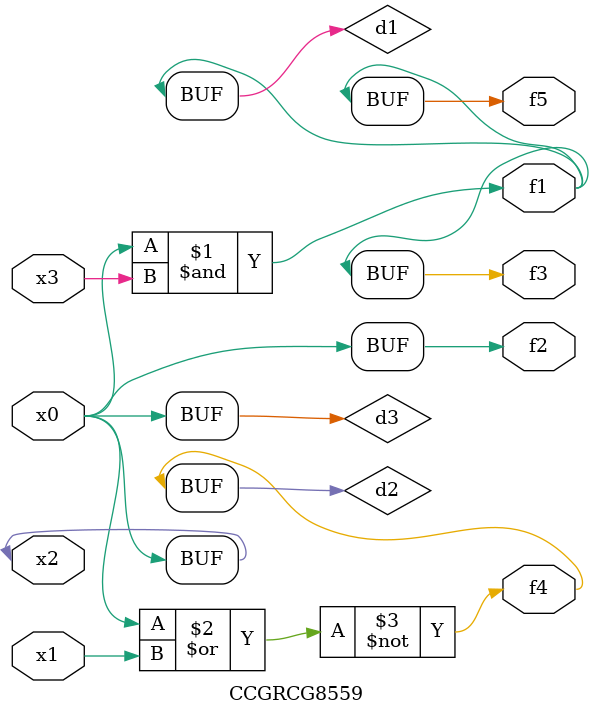
<source format=v>
module CCGRCG8559(
	input x0, x1, x2, x3,
	output f1, f2, f3, f4, f5
);

	wire d1, d2, d3;

	and (d1, x2, x3);
	nor (d2, x0, x1);
	buf (d3, x0, x2);
	assign f1 = d1;
	assign f2 = d3;
	assign f3 = d1;
	assign f4 = d2;
	assign f5 = d1;
endmodule

</source>
